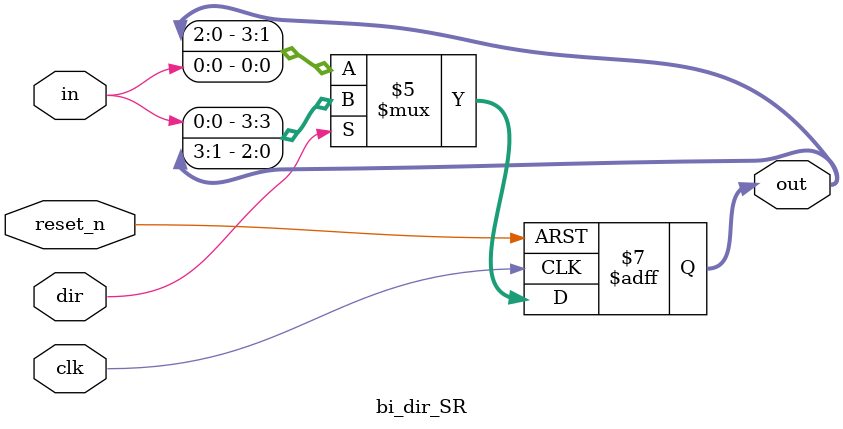
<source format=v>
`timescale 1ns / 1ps
module bi_dir_SR(clk, dir, reset_n, in, out);
    input clk, reset_n;
    input dir;      //dir=1 right shift | dir=0 left shift.
    input in;
    output reg [3:0] out;
    
    always @(posedge clk, negedge reset_n)
    begin
        if(reset_n==0)
            out <= 0;
        else if(dir==0)
            out <= {out[2:0], in};
        else 
            out <= {in, out[3:1]};            
    end    
endmodule

</source>
